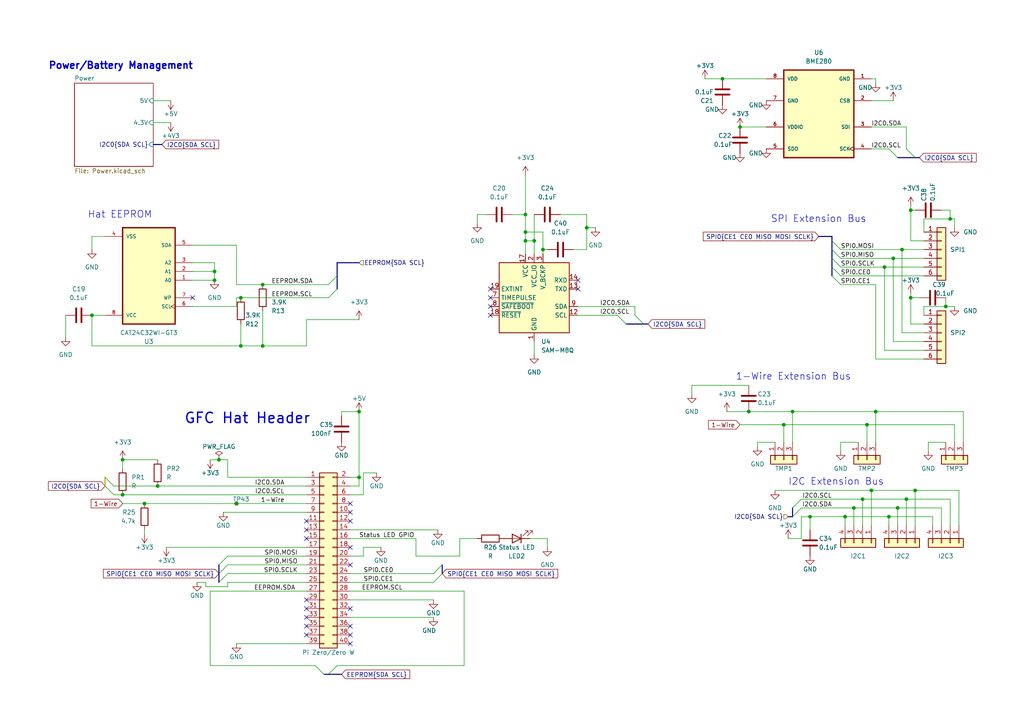
<source format=kicad_sch>
(kicad_sch (version 20211123) (generator eeschema)
  (paper "A4")
  (lib_symbols
    (symbol "BME280:BME280" (pin_names (offset 1.016))
      (property "Reference" "U?" (at 0 17.78 0))
      (property "Value" "BME280" (at 0 15.24 0))
      (symbol "BME280_0_0"
        (rectangle (start -10.16 -12.7) (end 10.16 12.7) (stroke (width 0.4064)) (fill (type background)))
        (pin power_in line (at 15.24 10.16 180) (length 5.08) (name "GND") (number "1"))
        (pin input line (at 15.24 3.81 180) (length 5.08) (name "CSB") (number "2"))
        (pin bidirectional line (at 15.24 -3.81 180) (length 5.08) (name "SDI") (number "3"))
        (pin input clock (at 15.24 -10.16 180) (length 5.08) (name "SCK") (number "4"))
        (pin bidirectional line (at -15.24 -10.16 0) (length 5.08) (name "SDO") (number "5"))
        (pin power_in line (at -15.24 -3.81 0) (length 5.08) (name "VDDIO") (number "6"))
        (pin power_in line (at -15.24 3.81 0) (length 5.08) (name "GND") (number "7"))
        (pin power_in line (at -15.24 10.16 0) (length 5.08) (name "VDD") (number "8"))
      )
    )
    (symbol "Connector:TestPoint_Small" (pin_numbers hide) (pin_names (offset 0.762) hide)
      (property "Reference" "TP" (at 0 3.81 0))
      (property "Value" "TestPoint_Small" (at 0 2.032 0))
      (symbol "TestPoint_Small_0_1"
        (circle (center 0 0) (radius 0.508))
      )
      (symbol "TestPoint_Small_1_1"
        (pin passive line (at 0 0 90) (length 0) (name "1") (number "1"))
      )
    )
    (symbol "Connector_Generic:Conn_01x03" (pin_names (offset 1.016) hide)
      (property "Reference" "J" (at 0 5.08 0))
      (property "Value" "Conn_01x03" (at 0 -5.08 0))
      (symbol "Conn_01x03_1_1"
        (rectangle (start -1.27 -2.413) (end 0 -2.667) (stroke (width 0.1524)))
        (rectangle (start -1.27 0.127) (end 0 -0.127) (stroke (width 0.1524)))
        (rectangle (start -1.27 2.667) (end 0 2.413) (stroke (width 0.1524)))
        (rectangle (start -1.27 3.81) (end 1.27 -3.81) (stroke (width 0.254)) (fill (type background)))
        (pin passive line (at -5.08 2.54 0) (length 3.81) (name "Pin_1") (number "1"))
        (pin passive line (at -5.08 0 0) (length 3.81) (name "Pin_2") (number "2"))
        (pin passive line (at -5.08 -2.54 0) (length 3.81) (name "Pin_3") (number "3"))
      )
    )
    (symbol "Connector_Generic:Conn_01x04" (pin_names (offset 1.016) hide)
      (property "Reference" "J" (at 0 5.08 0))
      (property "Value" "Conn_01x04" (at 0 -7.62 0))
      (symbol "Conn_01x04_1_1"
        (rectangle (start -1.27 -4.953) (end 0 -5.207) (stroke (width 0.1524)))
        (rectangle (start -1.27 -2.413) (end 0 -2.667) (stroke (width 0.1524)))
        (rectangle (start -1.27 0.127) (end 0 -0.127) (stroke (width 0.1524)))
        (rectangle (start -1.27 2.667) (end 0 2.413) (stroke (width 0.1524)))
        (rectangle (start -1.27 3.81) (end 1.27 -6.35) (stroke (width 0.254)) (fill (type background)))
        (pin passive line (at -5.08 2.54 0) (length 3.81) (name "Pin_1") (number "1"))
        (pin passive line (at -5.08 0 0) (length 3.81) (name "Pin_2") (number "2"))
        (pin passive line (at -5.08 -2.54 0) (length 3.81) (name "Pin_3") (number "3"))
        (pin passive line (at -5.08 -5.08 0) (length 3.81) (name "Pin_4") (number "4"))
      )
    )
    (symbol "Connector_Generic:Conn_01x06" (pin_names (offset 1.016) hide)
      (property "Reference" "J" (at 0 7.62 0))
      (property "Value" "Conn_01x06" (at 0 -10.16 0))
      (symbol "Conn_01x06_1_1"
        (rectangle (start -1.27 -7.493) (end 0 -7.747) (stroke (width 0.1524)))
        (rectangle (start -1.27 -4.953) (end 0 -5.207) (stroke (width 0.1524)))
        (rectangle (start -1.27 -2.413) (end 0 -2.667) (stroke (width 0.1524)))
        (rectangle (start -1.27 0.127) (end 0 -0.127) (stroke (width 0.1524)))
        (rectangle (start -1.27 2.667) (end 0 2.413) (stroke (width 0.1524)))
        (rectangle (start -1.27 5.207) (end 0 4.953) (stroke (width 0.1524)))
        (rectangle (start -1.27 6.35) (end 1.27 -8.89) (stroke (width 0.254)) (fill (type background)))
        (pin passive line (at -5.08 5.08 0) (length 3.81) (name "Pin_1") (number "1"))
        (pin passive line (at -5.08 2.54 0) (length 3.81) (name "Pin_2") (number "2"))
        (pin passive line (at -5.08 0 0) (length 3.81) (name "Pin_3") (number "3"))
        (pin passive line (at -5.08 -2.54 0) (length 3.81) (name "Pin_4") (number "4"))
        (pin passive line (at -5.08 -5.08 0) (length 3.81) (name "Pin_5") (number "5"))
        (pin passive line (at -5.08 -7.62 0) (length 3.81) (name "Pin_6") (number "6"))
      )
    )
    (symbol "Connector_Generic:Conn_02x20_Odd_Even" (pin_names (offset 1.016) hide)
      (property "Reference" "J" (at 1.27 25.4 0))
      (property "Value" "Conn_02x20_Odd_Even" (at 1.27 -27.94 0))
      (symbol "Conn_02x20_Odd_Even_1_1"
        (rectangle (start -1.27 -25.273) (end 0 -25.527) (stroke (width 0.1524)))
        (rectangle (start -1.27 -22.733) (end 0 -22.987) (stroke (width 0.1524)))
        (rectangle (start -1.27 -20.193) (end 0 -20.447) (stroke (width 0.1524)))
        (rectangle (start -1.27 -17.653) (end 0 -17.907) (stroke (width 0.1524)))
        (rectangle (start -1.27 -15.113) (end 0 -15.367) (stroke (width 0.1524)))
        (rectangle (start -1.27 -12.573) (end 0 -12.827) (stroke (width 0.1524)))
        (rectangle (start -1.27 -10.033) (end 0 -10.287) (stroke (width 0.1524)))
        (rectangle (start -1.27 -7.493) (end 0 -7.747) (stroke (width 0.1524)))
        (rectangle (start -1.27 -4.953) (end 0 -5.207) (stroke (width 0.1524)))
        (rectangle (start -1.27 -2.413) (end 0 -2.667) (stroke (width 0.1524)))
        (rectangle (start -1.27 0.127) (end 0 -0.127) (stroke (width 0.1524)))
        (rectangle (start -1.27 2.667) (end 0 2.413) (stroke (width 0.1524)))
        (rectangle (start -1.27 5.207) (end 0 4.953) (stroke (width 0.1524)))
        (rectangle (start -1.27 7.747) (end 0 7.493) (stroke (width 0.1524)))
        (rectangle (start -1.27 10.287) (end 0 10.033) (stroke (width 0.1524)))
        (rectangle (start -1.27 12.827) (end 0 12.573) (stroke (width 0.1524)))
        (rectangle (start -1.27 15.367) (end 0 15.113) (stroke (width 0.1524)))
        (rectangle (start -1.27 17.907) (end 0 17.653) (stroke (width 0.1524)))
        (rectangle (start -1.27 20.447) (end 0 20.193) (stroke (width 0.1524)))
        (rectangle (start -1.27 22.987) (end 0 22.733) (stroke (width 0.1524)))
        (rectangle (start -1.27 24.13) (end 3.81 -26.67) (stroke (width 0.254)) (fill (type background)))
        (rectangle (start 3.81 -25.273) (end 2.54 -25.527) (stroke (width 0.1524)))
        (rectangle (start 3.81 -22.733) (end 2.54 -22.987) (stroke (width 0.1524)))
        (rectangle (start 3.81 -20.193) (end 2.54 -20.447) (stroke (width 0.1524)))
        (rectangle (start 3.81 -17.653) (end 2.54 -17.907) (stroke (width 0.1524)))
        (rectangle (start 3.81 -15.113) (end 2.54 -15.367) (stroke (width 0.1524)))
        (rectangle (start 3.81 -12.573) (end 2.54 -12.827) (stroke (width 0.1524)))
        (rectangle (start 3.81 -10.033) (end 2.54 -10.287) (stroke (width 0.1524)))
        (rectangle (start 3.81 -7.493) (end 2.54 -7.747) (stroke (width 0.1524)))
        (rectangle (start 3.81 -4.953) (end 2.54 -5.207) (stroke (width 0.1524)))
        (rectangle (start 3.81 -2.413) (end 2.54 -2.667) (stroke (width 0.1524)))
        (rectangle (start 3.81 0.127) (end 2.54 -0.127) (stroke (width 0.1524)))
        (rectangle (start 3.81 2.667) (end 2.54 2.413) (stroke (width 0.1524)))
        (rectangle (start 3.81 5.207) (end 2.54 4.953) (stroke (width 0.1524)))
        (rectangle (start 3.81 7.747) (end 2.54 7.493) (stroke (width 0.1524)))
        (rectangle (start 3.81 10.287) (end 2.54 10.033) (stroke (width 0.1524)))
        (rectangle (start 3.81 12.827) (end 2.54 12.573) (stroke (width 0.1524)))
        (rectangle (start 3.81 15.367) (end 2.54 15.113) (stroke (width 0.1524)))
        (rectangle (start 3.81 17.907) (end 2.54 17.653) (stroke (width 0.1524)))
        (rectangle (start 3.81 20.447) (end 2.54 20.193) (stroke (width 0.1524)))
        (rectangle (start 3.81 22.987) (end 2.54 22.733) (stroke (width 0.1524)))
        (pin passive line (at -5.08 22.86 0) (length 3.81) (name "Pin_1") (number "1"))
        (pin passive line (at 7.62 12.7 180) (length 3.81) (name "Pin_10") (number "10"))
        (pin passive line (at -5.08 10.16 0) (length 3.81) (name "Pin_11") (number "11"))
        (pin passive line (at 7.62 10.16 180) (length 3.81) (name "Pin_12") (number "12"))
        (pin passive line (at -5.08 7.62 0) (length 3.81) (name "Pin_13") (number "13"))
        (pin passive line (at 7.62 7.62 180) (length 3.81) (name "Pin_14") (number "14"))
        (pin passive line (at -5.08 5.08 0) (length 3.81) (name "Pin_15") (number "15"))
        (pin passive line (at 7.62 5.08 180) (length 3.81) (name "Pin_16") (number "16"))
        (pin passive line (at -5.08 2.54 0) (length 3.81) (name "Pin_17") (number "17"))
        (pin passive line (at 7.62 2.54 180) (length 3.81) (name "Pin_18") (number "18"))
        (pin passive line (at -5.08 0 0) (length 3.81) (name "Pin_19") (number "19"))
        (pin passive line (at 7.62 22.86 180) (length 3.81) (name "Pin_2") (number "2"))
        (pin passive line (at 7.62 0 180) (length 3.81) (name "Pin_20") (number "20"))
        (pin passive line (at -5.08 -2.54 0) (length 3.81) (name "Pin_21") (number "21"))
        (pin passive line (at 7.62 -2.54 180) (length 3.81) (name "Pin_22") (number "22"))
        (pin passive line (at -5.08 -5.08 0) (length 3.81) (name "Pin_23") (number "23"))
        (pin passive line (at 7.62 -5.08 180) (length 3.81) (name "Pin_24") (number "24"))
        (pin passive line (at -5.08 -7.62 0) (length 3.81) (name "Pin_25") (number "25"))
        (pin passive line (at 7.62 -7.62 180) (length 3.81) (name "Pin_26") (number "26"))
        (pin passive line (at -5.08 -10.16 0) (length 3.81) (name "Pin_27") (number "27"))
        (pin passive line (at 7.62 -10.16 180) (length 3.81) (name "Pin_28") (number "28"))
        (pin passive line (at -5.08 -12.7 0) (length 3.81) (name "Pin_29") (number "29"))
        (pin passive line (at -5.08 20.32 0) (length 3.81) (name "Pin_3") (number "3"))
        (pin passive line (at 7.62 -12.7 180) (length 3.81) (name "Pin_30") (number "30"))
        (pin passive line (at -5.08 -15.24 0) (length 3.81) (name "Pin_31") (number "31"))
        (pin passive line (at 7.62 -15.24 180) (length 3.81) (name "Pin_32") (number "32"))
        (pin passive line (at -5.08 -17.78 0) (length 3.81) (name "Pin_33") (number "33"))
        (pin passive line (at 7.62 -17.78 180) (length 3.81) (name "Pin_34") (number "34"))
        (pin passive line (at -5.08 -20.32 0) (length 3.81) (name "Pin_35") (number "35"))
        (pin passive line (at 7.62 -20.32 180) (length 3.81) (name "Pin_36") (number "36"))
        (pin passive line (at -5.08 -22.86 0) (length 3.81) (name "Pin_37") (number "37"))
        (pin passive line (at 7.62 -22.86 180) (length 3.81) (name "Pin_38") (number "38"))
        (pin passive line (at -5.08 -25.4 0) (length 3.81) (name "Pin_39") (number "39"))
        (pin passive line (at 7.62 20.32 180) (length 3.81) (name "Pin_4") (number "4"))
        (pin passive line (at 7.62 -25.4 180) (length 3.81) (name "Pin_40") (number "40"))
        (pin passive line (at -5.08 17.78 0) (length 3.81) (name "Pin_5") (number "5"))
        (pin passive line (at 7.62 17.78 180) (length 3.81) (name "Pin_6") (number "6"))
        (pin passive line (at -5.08 15.24 0) (length 3.81) (name "Pin_7") (number "7"))
        (pin passive line (at 7.62 15.24 180) (length 3.81) (name "Pin_8") (number "8"))
        (pin passive line (at -5.08 12.7 0) (length 3.81) (name "Pin_9") (number "9"))
      )
    )
    (symbol "Device:C" (pin_numbers hide) (pin_names (offset 0.254))
      (property "Reference" "C" (at 0.635 2.54 0))
      (property "Value" "C" (at 0.635 -2.54 0))
      (symbol "C_0_1"
        (polyline (pts (xy -2.032 -0.762) (xy 2.032 -0.762)) (stroke (width 0.508)))
        (polyline (pts (xy -2.032 0.762) (xy 2.032 0.762)) (stroke (width 0.508)))
      )
      (symbol "C_1_1"
        (pin passive line (at 0 3.81 270) (length 2.794) (name "~") (number "1"))
        (pin passive line (at 0 -3.81 90) (length 2.794) (name "~") (number "2"))
      )
    )
    (symbol "Device:LED" (pin_numbers hide) (pin_names (offset 1.016) hide)
      (property "Reference" "D" (at 0 2.54 0))
      (property "Value" "LED" (at 0 -2.54 0))
      (symbol "LED_0_1"
        (polyline (pts (xy -1.27 -1.27) (xy -1.27 1.27)) (stroke (width 0.254)))
        (polyline (pts (xy -1.27 0) (xy 1.27 0)))
        (polyline (pts (xy 1.27 -1.27) (xy 1.27 1.27) (xy -1.27 0) (xy 1.27 -1.27)) (stroke (width 0.254)))
        (polyline (pts (xy -3.048 -0.762) (xy -4.572 -2.286) (xy -3.81 -2.286) (xy -4.572 -2.286) (xy -4.572 -1.524)))
        (polyline (pts (xy -1.778 -0.762) (xy -3.302 -2.286) (xy -2.54 -2.286) (xy -3.302 -2.286) (xy -3.302 -1.524)))
      )
      (symbol "LED_1_1"
        (pin passive line (at -3.81 0 0) (length 2.54) (name "K") (number "1"))
        (pin passive line (at 3.81 0 180) (length 2.54) (name "A") (number "2"))
      )
    )
    (symbol "Device:R" (pin_numbers hide) (pin_names (offset 0))
      (property "Reference" "R" (at 2.032 0 90))
      (property "Value" "R" (at 0 0 90))
      (symbol "R_0_1"
        (rectangle (start -1.016 -2.54) (end 1.016 2.54) (stroke (width 0.254)))
      )
      (symbol "R_1_1"
        (pin passive line (at 0 3.81 270) (length 1.27) (name "~") (number "1"))
        (pin passive line (at 0 -3.81 90) (length 1.27) (name "~") (number "2"))
      )
    )
    (symbol "EEPROM:CAT24C32WI-GT3" (pin_names (offset 1.016))
      (property "Reference" "U" (at -7.6205 12.7008 0))
      (property "Value" "CAT24C32WI-GT3" (at -7.5948 -17.755 0))
      (symbol "CAT24C32WI-GT3_0_0"
        (rectangle (start -7.62 -15.24) (end 7.62 12.7) (stroke (width 0.4064)) (fill (type background)))
        (pin input line (at -12.7 0 0) (length 5.08) (name "A0") (number "1"))
        (pin input line (at -12.7 -2.54 0) (length 5.08) (name "A1") (number "2"))
        (pin input line (at -12.7 -5.08 0) (length 5.08) (name "A2") (number "3"))
        (pin passive line (at 12.7 -12.7 180) (length 5.08) (name "VSS") (number "4"))
        (pin bidirectional line (at -12.7 -10.16 0) (length 5.08) (name "SDA") (number "5"))
        (pin input clock (at -12.7 7.62 0) (length 5.08) (name "SCL") (number "6"))
        (pin input line (at -12.7 5.08 0) (length 5.08) (name "WP") (number "7"))
        (pin power_in line (at 12.7 10.16 180) (length 5.08) (name "VCC") (number "8"))
      )
    )
    (symbol "MyParts:+4V3" (power) (pin_names (offset 0))
      (property "Value" "+4V3" (at 0 3.556 0))
      (symbol "+4V3_0_1"
        (polyline (pts (xy -0.762 1.27) (xy 0 2.54)))
        (polyline (pts (xy 0 0) (xy 0 2.54)))
        (polyline (pts (xy 0 2.54) (xy 0.762 1.27)))
      )
      (symbol "+4V3_1_1"
        (pin power_in line (at 0 0 90) (length 0) hide (name "+4V3") (number "1"))
      )
    )
    (symbol "RF_GPS:SAM-M8Q"
      (property "Reference" "U" (at -8.89 11.43 0))
      (property "Value" "SAM-M8Q" (at 8.89 11.43 0))
      (symbol "SAM-M8Q_0_1"
        (rectangle (start -10.16 10.16) (end 10.16 -10.16) (stroke (width 0.254)) (fill (type background)))
      )
      (symbol "SAM-M8Q_1_1"
        (pin power_in line (at 0 -12.7 90) (length 2.54) (name "GND") (number "1"))
        (pin passive line (at 0 -12.7 90) (length 2.54) hide (name "GND") (number "10"))
        (pin passive line (at 0 -12.7 90) (length 2.54) hide (name "GND") (number "11"))
        (pin input line (at 12.7 -5.08 180) (length 2.54) (name "SCL") (number "12"))
        (pin output line (at 12.7 2.54 180) (length 2.54) (name "TXD") (number "13"))
        (pin input line (at 12.7 5.08 180) (length 2.54) (name "RXD") (number "14"))
        (pin passive line (at 0 -12.7 90) (length 2.54) hide (name "GND") (number "15"))
        (pin passive line (at 0 -12.7 90) (length 2.54) hide (name "GND") (number "16"))
        (pin power_in line (at -2.54 12.7 270) (length 2.54) (name "VCC") (number "17"))
        (pin input line (at -12.7 -5.08 0) (length 2.54) (name "~{RESET}") (number "18"))
        (pin input line (at -12.7 2.54 0) (length 2.54) (name "EXTINT") (number "19"))
        (pin power_in line (at 0 12.7 270) (length 2.54) (name "VCC_IO") (number "2"))
        (pin passive line (at 0 -12.7 90) (length 2.54) hide (name "GND") (number "20"))
        (pin power_in line (at 2.54 12.7 270) (length 2.54) (name "V_BCKP") (number "3"))
        (pin passive line (at 0 -12.7 90) (length 2.54) hide (name "GND") (number "4"))
        (pin passive line (at 0 -12.7 90) (length 2.54) hide (name "GND") (number "5"))
        (pin passive line (at 0 -12.7 90) (length 2.54) hide (name "GND") (number "6"))
        (pin output line (at -12.7 0 0) (length 2.54) (name "TIMEPULSE") (number "7"))
        (pin input line (at -12.7 -2.54 0) (length 2.54) (name "~{SAFEBOOT}") (number "8"))
        (pin bidirectional line (at 12.7 -2.54 180) (length 2.54) (name "SDA") (number "9"))
      )
    )
    (symbol "power:+3V3" (power) (pin_names (offset 0))
      (property "Value" "+3V3" (at 0 3.556 0))
      (symbol "+3V3_0_1"
        (polyline (pts (xy -0.762 1.27) (xy 0 2.54)))
        (polyline (pts (xy 0 0) (xy 0 2.54)))
        (polyline (pts (xy 0 2.54) (xy 0.762 1.27)))
      )
      (symbol "+3V3_1_1"
        (pin power_in line (at 0 0 90) (length 0) hide (name "+3V3") (number "1"))
      )
    )
    (symbol "power:+5V" (power) (pin_names (offset 0))
      (property "Value" "+5V" (at 0 3.556 0))
      (symbol "+5V_0_1"
        (polyline (pts (xy -0.762 1.27) (xy 0 2.54)))
        (polyline (pts (xy 0 0) (xy 0 2.54)))
        (polyline (pts (xy 0 2.54) (xy 0.762 1.27)))
      )
      (symbol "+5V_1_1"
        (pin power_in line (at 0 0 90) (length 0) hide (name "+5V") (number "1"))
      )
    )
    (symbol "power:GND" (power) (pin_names (offset 0))
      (property "Value" "GND" (at 0 -3.81 0))
      (symbol "GND_0_1"
        (polyline (pts (xy 0 0) (xy 0 -1.27) (xy 1.27 -1.27) (xy 0 -2.54) (xy -1.27 -1.27) (xy 0 -1.27)))
      )
      (symbol "GND_1_1"
        (pin power_in line (at 0 0 270) (length 0) hide (name "GND") (number "1"))
      )
    )
    (symbol "power:PWR_FLAG" (power) (pin_numbers hide) (pin_names (offset 0) hide)
      (property "Value" "PWR_FLAG" (at 0 3.81 0))
      (symbol "PWR_FLAG_0_0"
        (pin power_out line (at 0 0 90) (length 0) (name "pwr") (number "1"))
      )
      (symbol "PWR_FLAG_0_1"
        (polyline (pts (xy 0 0) (xy 0 1.27) (xy -1.016 1.905) (xy 0 2.54) (xy 1.016 1.905) (xy 0 1.27)))
      )
    )
  )
  (junction (at 256.54 77.47))
  (junction (at 157.48 72.39))
  (junction (at 257.81 149.86))
  (junction (at 275.59 63.5))
  (junction (at 254 119.38))
  (junction (at 62.23 81.28))
  (junction (at 76.2 100.33))
  (junction (at 76.2 82.55))
  (junction (at 229.87 119.38))
  (junction (at 264.16 86.36))
  (junction (at 69.85 86.36))
  (junction (at 26.67 91.44))
  (junction (at 260.35 147.32))
  (junction (at 62.23 78.74))
  (junction (at 265.43 142.24))
  (junction (at 41.91 146.05))
  (junction (at 104.14 138.43))
  (junction (at 262.89 144.78))
  (junction (at 247.65 147.32))
  (junction (at 63.5 133.35))
  (junction (at 264.16 60.96))
  (junction (at 261.62 72.39))
  (junction (at 152.4 67.31))
  (junction (at 154.94 69.85))
  (junction (at 209.55 22.86))
  (junction (at 251.46 123.19))
  (junction (at 35.56 143.51))
  (junction (at 214.63 36.83))
  (junction (at 227.33 123.19))
  (junction (at 152.4 69.85))
  (junction (at 274.32 88.9))
  (junction (at 245.11 149.86))
  (junction (at 69.85 100.33))
  (junction (at 152.4 62.23))
  (junction (at 35.56 133.35))
  (junction (at 259.08 74.93))
  (junction (at 234.95 149.86))
  (junction (at 250.19 144.78))
  (junction (at 217.17 119.38))
  (junction (at 45.72 140.97))
  (junction (at 68.58 146.05))
  (junction (at 170.18 66.04))
  (junction (at 104.14 119.38))
  (junction (at 252.73 142.24))
  (no_connect (at 167.64 81.28))
  (no_connect (at 88.9 179.07))
  (no_connect (at 142.24 88.9))
  (no_connect (at 88.9 184.15))
  (no_connect (at 88.9 173.99))
  (no_connect (at 101.6 176.53))
  (no_connect (at 88.9 181.61))
  (no_connect (at 101.6 146.05))
  (no_connect (at 88.9 156.21))
  (no_connect (at 88.9 153.67))
  (no_connect (at 142.24 86.36))
  (no_connect (at 101.6 158.75))
  (no_connect (at 142.24 83.82))
  (no_connect (at 101.6 148.59))
  (no_connect (at 142.24 91.44))
  (no_connect (at 101.6 151.13))
  (no_connect (at 55.88 86.36))
  (no_connect (at 101.6 184.15))
  (no_connect (at 88.9 176.53))
  (no_connect (at 167.64 83.82))
  (no_connect (at 101.6 181.61))
  (no_connect (at 88.9 151.13))
  (no_connect (at 101.6 163.83))
  (no_connect (at 101.6 186.69))
  (bus_entry (at 229.87 147.32) (size 2.54 -2.54))
  (bus_entry (at 241.3 69.85) (size 2.54 2.54))
  (bus_entry (at 181.61 93.98) (size -2.54 -2.54))
  (bus_entry (at 125.73 168.91) (size 2.54 -2.54))
  (bus_entry (at 241.3 77.47) (size 2.54 2.54))
  (bus_entry (at 97.79 83.82) (size -2.54 2.54))
  (bus_entry (at 30.48 138.43) (size 2.54 2.54))
  (bus_entry (at 66.04 163.83) (size -2.54 2.54))
  (bus_entry (at 95.25 195.58) (size 2.54 -2.54))
  (bus_entry (at 66.04 161.29) (size -2.54 2.54))
  (bus_entry (at 125.73 166.37) (size 2.54 -2.54))
  (bus_entry (at 97.79 80.01) (size -2.54 2.54))
  (bus_entry (at 265.43 45.72) (size -2.54 -2.54))
  (bus_entry (at 260.35 45.72) (size -2.54 -2.54))
  (bus_entry (at 241.3 72.39) (size 2.54 2.54))
  (bus_entry (at 186.69 93.98) (size -2.54 -2.54))
  (bus_entry (at 66.04 166.37) (size -2.54 2.54))
  (bus_entry (at 229.87 149.86) (size 2.54 -2.54))
  (bus_entry (at 30.48 140.97) (size 2.54 2.54))
  (bus_entry (at 241.3 74.93) (size 2.54 2.54))
  (bus_entry (at 93.98 195.58) (size -2.54 -2.54))
  (bus_entry (at 241.3 80.01) (size 2.54 2.54))
  (wire (pts (xy 264.16 93.98) (xy 267.97 93.98)))
  (wire (pts (xy 76.2 100.33) (xy 69.85 100.33)))
  (wire (pts (xy 158.75 156.21) (xy 158.75 158.75)))
  (wire (pts (xy 101.6 166.37) (xy 125.73 166.37)))
  (bus (pts (xy 187.96 93.98) (xy 186.69 93.98)))
  (wire (pts (xy 88.9 168.91) (xy 66.04 168.91)))
  (wire (pts (xy 214.63 36.83) (xy 222.25 36.83)))
  (wire (pts (xy 157.48 72.39) (xy 157.48 67.31)))
  (wire (pts (xy 154.94 73.66) (xy 154.94 69.85)))
  (wire (pts (xy 214.63 123.19) (xy 227.33 123.19)))
  (wire (pts (xy 170.18 72.39) (xy 166.37 72.39)))
  (wire (pts (xy 250.19 144.78) (xy 232.41 144.78)))
  (wire (pts (xy 69.85 93.98) (xy 69.85 100.33)))
  (wire (pts (xy 262.89 144.78) (xy 275.59 144.78)))
  (wire (pts (xy 88.9 92.71) (xy 88.9 100.33)))
  (wire (pts (xy 66.04 161.29) (xy 88.9 161.29)))
  (wire (pts (xy 63.5 133.35) (xy 66.04 133.35)))
  (wire (pts (xy 105.41 158.75) (xy 105.41 161.29)))
  (wire (pts (xy 245.11 152.4) (xy 245.11 149.86)))
  (wire (pts (xy 66.04 138.43) (xy 88.9 138.43)))
  (bus (pts (xy 63.5 163.83) (xy 63.5 166.37)))
  (wire (pts (xy 101.6 179.07) (xy 125.73 179.07)))
  (wire (pts (xy 133.35 156.21) (xy 138.43 156.21)))
  (wire (pts (xy 153.67 156.21) (xy 158.75 156.21)))
  (wire (pts (xy 247.65 147.32) (xy 232.41 147.32)))
  (wire (pts (xy 269.24 128.27) (xy 269.24 130.81)))
  (wire (pts (xy 261.62 96.52) (xy 267.97 96.52)))
  (wire (pts (xy 152.4 67.31) (xy 152.4 69.85)))
  (bus (pts (xy 97.79 80.01) (xy 97.79 83.82)))
  (wire (pts (xy 88.9 100.33) (xy 76.2 100.33)))
  (wire (pts (xy 152.4 50.8) (xy 152.4 62.23)))
  (wire (pts (xy 184.15 88.9) (xy 184.15 91.44)))
  (wire (pts (xy 66.04 138.43) (xy 66.04 133.35)))
  (wire (pts (xy 274.32 88.9) (xy 276.86 88.9)))
  (wire (pts (xy 68.58 82.55) (xy 76.2 82.55)))
  (wire (pts (xy 157.48 72.39) (xy 158.75 72.39)))
  (wire (pts (xy 243.84 128.27) (xy 248.92 128.27)))
  (wire (pts (xy 270.51 149.86) (xy 257.81 149.86)))
  (bus (pts (xy 228.6 149.86) (xy 229.87 149.86)))
  (wire (pts (xy 260.35 147.32) (xy 273.05 147.32)))
  (wire (pts (xy 252.73 22.86) (xy 254 22.86)))
  (wire (pts (xy 200.66 111.76) (xy 200.66 114.3)))
  (wire (pts (xy 41.91 146.05) (xy 68.58 146.05)))
  (wire (pts (xy 254 82.55) (xy 254 104.14)))
  (wire (pts (xy 138.43 62.23) (xy 138.43 64.77)))
  (wire (pts (xy 170.18 62.23) (xy 170.18 66.04)))
  (bus (pts (xy 30.48 138.43) (xy 30.48 140.97)) (stroke (width 0) (color 204 153 0 1)))
  (wire (pts (xy 120.65 156.21) (xy 120.65 161.29)))
  (wire (pts (xy 252.73 29.21) (xy 259.08 29.21)))
  (wire (pts (xy 170.18 66.04) (xy 170.18 72.39)))
  (wire (pts (xy 45.72 140.97) (xy 88.9 140.97)))
  (wire (pts (xy 140.97 62.23) (xy 138.43 62.23)))
  (wire (pts (xy 59.69 170.18) (xy 59.69 168.91)))
  (wire (pts (xy 105.41 137.16) (xy 109.22 137.16)))
  (wire (pts (xy 105.41 143.51) (xy 105.41 137.16)))
  (wire (pts (xy 254 22.86) (xy 254 24.13)))
  (wire (pts (xy 267.97 63.5) (xy 267.97 67.31)))
  (wire (pts (xy 167.64 88.9) (xy 184.15 88.9)))
  (wire (pts (xy 257.81 152.4) (xy 257.81 149.86)))
  (wire (pts (xy 243.84 77.47) (xy 256.54 77.47)))
  (wire (pts (xy 35.56 143.51) (xy 88.9 143.51)))
  (bus (pts (xy 229.87 149.86) (xy 229.87 147.32)))
  (wire (pts (xy 219.71 128.27) (xy 224.79 128.27)))
  (wire (pts (xy 254 104.14) (xy 267.97 104.14)))
  (bus (pts (xy 241.3 77.47) (xy 241.3 80.01)))
  (wire (pts (xy 229.87 119.38) (xy 229.87 128.27)))
  (wire (pts (xy 224.79 142.24) (xy 252.73 142.24)))
  (wire (pts (xy 250.19 144.78) (xy 262.89 144.78)))
  (wire (pts (xy 273.05 147.32) (xy 273.05 152.4)))
  (wire (pts (xy 101.6 156.21) (xy 120.65 156.21)))
  (wire (pts (xy 154.94 69.85) (xy 152.4 69.85)))
  (wire (pts (xy 275.59 60.96) (xy 275.59 63.5)))
  (wire (pts (xy 260.35 152.4) (xy 260.35 147.32)))
  (bus (pts (xy 63.5 166.37) (xy 63.5 168.91)))
  (wire (pts (xy 157.48 73.66) (xy 157.48 72.39)))
  (wire (pts (xy 278.13 142.24) (xy 265.43 142.24)))
  (wire (pts (xy 26.67 68.58) (xy 30.48 68.58)))
  (wire (pts (xy 26.67 68.58) (xy 26.67 72.39)))
  (wire (pts (xy 275.59 144.78) (xy 275.59 152.4)))
  (wire (pts (xy 41.91 154.94) (xy 41.91 153.67)))
  (wire (pts (xy 66.04 168.91) (xy 66.04 170.18)))
  (wire (pts (xy 76.2 90.17) (xy 76.2 100.33)))
  (wire (pts (xy 60.96 133.35) (xy 63.5 133.35)))
  (wire (pts (xy 228.6 156.21) (xy 232.41 156.21)))
  (wire (pts (xy 66.04 166.37) (xy 88.9 166.37)))
  (wire (pts (xy 60.96 171.45) (xy 60.96 193.04)))
  (wire (pts (xy 267.97 63.5) (xy 275.59 63.5)))
  (wire (pts (xy 66.04 163.83) (xy 88.9 163.83)))
  (wire (pts (xy 105.41 161.29) (xy 101.6 161.29)))
  (wire (pts (xy 265.43 152.4) (xy 265.43 142.24)))
  (wire (pts (xy 265.43 142.24) (xy 252.73 142.24)))
  (wire (pts (xy 26.67 91.44) (xy 30.48 91.44)))
  (wire (pts (xy 101.6 143.51) (xy 105.41 143.51)))
  (wire (pts (xy 104.14 140.97) (xy 104.14 138.43)))
  (bus (pts (xy 128.27 166.37) (xy 128.27 163.83)))
  (wire (pts (xy 68.58 186.69) (xy 88.9 186.69)))
  (bus (pts (xy 265.43 45.72) (xy 260.35 45.72)))
  (wire (pts (xy 278.13 152.4) (xy 278.13 142.24)))
  (wire (pts (xy 66.04 170.18) (xy 59.69 170.18)))
  (wire (pts (xy 88.9 146.05) (xy 68.58 146.05)))
  (wire (pts (xy 152.4 69.85) (xy 152.4 73.66)))
  (wire (pts (xy 269.24 128.27) (xy 274.32 128.27)))
  (wire (pts (xy 264.16 85.09) (xy 264.16 86.36)))
  (wire (pts (xy 55.88 88.9) (xy 68.58 88.9)))
  (wire (pts (xy 270.51 152.4) (xy 270.51 149.86)))
  (wire (pts (xy 267.97 91.44) (xy 267.97 88.9)))
  (wire (pts (xy 243.84 72.39) (xy 261.62 72.39)))
  (wire (pts (xy 254 119.38) (xy 254 128.27)))
  (wire (pts (xy 259.08 74.93) (xy 259.08 99.06)))
  (wire (pts (xy 256.54 77.47) (xy 267.97 77.47)))
  (wire (pts (xy 110.49 158.75) (xy 105.41 158.75)))
  (wire (pts (xy 243.84 82.55) (xy 254 82.55)))
  (bus (pts (xy 104.14 76.2) (xy 97.79 76.2)))
  (wire (pts (xy 247.65 147.32) (xy 247.65 152.4)))
  (wire (pts (xy 162.56 62.23) (xy 170.18 62.23)))
  (wire (pts (xy 68.58 88.9) (xy 68.58 86.36)))
  (wire (pts (xy 69.85 86.36) (xy 95.25 86.36)))
  (wire (pts (xy 276.86 128.27) (xy 276.86 123.19)))
  (wire (pts (xy 267.97 88.9) (xy 274.32 88.9)))
  (wire (pts (xy 219.71 128.27) (xy 219.71 129.54)))
  (wire (pts (xy 101.6 153.67) (xy 127 153.67)))
  (wire (pts (xy 264.16 69.85) (xy 267.97 69.85)))
  (wire (pts (xy 256.54 101.6) (xy 267.97 101.6)))
  (wire (pts (xy 157.48 67.31) (xy 152.4 67.31)))
  (wire (pts (xy 273.05 60.96) (xy 275.59 60.96)))
  (bus (pts (xy 241.3 72.39) (xy 241.3 74.93)))
  (wire (pts (xy 234.95 149.86) (xy 234.95 153.67)))
  (wire (pts (xy 234.95 149.86) (xy 232.41 149.86)))
  (wire (pts (xy 257.81 149.86) (xy 245.11 149.86)))
  (bus (pts (xy 95.25 195.58) (xy 99.06 195.58)))
  (wire (pts (xy 68.58 71.12) (xy 55.88 71.12)))
  (wire (pts (xy 259.08 99.06) (xy 267.97 99.06)))
  (wire (pts (xy 104.14 138.43) (xy 101.6 138.43)))
  (wire (pts (xy 262.89 144.78) (xy 262.89 152.4)))
  (wire (pts (xy 252.73 36.83) (xy 262.89 36.83)))
  (wire (pts (xy 26.67 100.33) (xy 26.67 91.44)))
  (wire (pts (xy 251.46 128.27) (xy 251.46 123.19)))
  (wire (pts (xy 209.55 22.86) (xy 222.25 22.86)))
  (wire (pts (xy 62.23 78.74) (xy 62.23 81.28)))
  (wire (pts (xy 62.23 76.2) (xy 62.23 78.74)))
  (wire (pts (xy 276.86 63.5) (xy 276.86 66.04)))
  (wire (pts (xy 261.62 72.39) (xy 261.62 96.52)))
  (wire (pts (xy 101.6 140.97) (xy 104.14 140.97)))
  (wire (pts (xy 247.65 147.32) (xy 260.35 147.32)))
  (wire (pts (xy 227.33 128.27) (xy 227.33 123.19)))
  (wire (pts (xy 60.96 171.45) (xy 88.9 171.45)))
  (wire (pts (xy 264.16 86.36) (xy 266.7 86.36)))
  (wire (pts (xy 229.87 119.38) (xy 254 119.38)))
  (wire (pts (xy 59.69 168.91) (xy 57.15 168.91)))
  (wire (pts (xy 262.89 36.83) (xy 262.89 43.18)))
  (wire (pts (xy 243.84 128.27) (xy 243.84 130.81)))
  (wire (pts (xy 19.05 91.44) (xy 19.05 97.79)))
  (wire (pts (xy 167.64 91.44) (xy 179.07 91.44)))
  (wire (pts (xy 152.4 62.23) (xy 152.4 67.31)))
  (wire (pts (xy 261.62 72.39) (xy 267.97 72.39)))
  (wire (pts (xy 69.85 100.33) (xy 26.67 100.33)))
  (wire (pts (xy 55.88 76.2) (xy 62.23 76.2)))
  (wire (pts (xy 259.08 74.93) (xy 267.97 74.93)))
  (bus (pts (xy 97.79 76.2) (xy 97.79 80.01)))
  (bus (pts (xy 241.3 68.58) (xy 237.49 68.58)))
  (wire (pts (xy 64.77 148.59) (xy 88.9 148.59)))
  (wire (pts (xy 170.18 66.04) (xy 172.72 66.04)))
  (wire (pts (xy 279.4 119.38) (xy 279.4 128.27)))
  (wire (pts (xy 35.56 143.51) (xy 33.02 143.51)))
  (wire (pts (xy 252.73 152.4) (xy 252.73 142.24)))
  (wire (pts (xy 101.6 171.45) (xy 134.62 171.45)))
  (wire (pts (xy 120.65 161.29) (xy 133.35 161.29)))
  (wire (pts (xy 250.19 144.78) (xy 250.19 152.4)))
  (wire (pts (xy 35.56 146.05) (xy 41.91 146.05)))
  (wire (pts (xy 204.47 22.86) (xy 209.55 22.86)))
  (wire (pts (xy 45.72 133.35) (xy 35.56 133.35)))
  (wire (pts (xy 154.94 62.23) (xy 154.94 69.85)))
  (wire (pts (xy 76.2 82.55) (xy 95.25 82.55)))
  (bus (pts (xy 241.3 69.85) (xy 241.3 72.39)))
  (wire (pts (xy 252.73 43.18) (xy 257.81 43.18)))
  (wire (pts (xy 264.16 60.96) (xy 264.16 69.85)))
  (wire (pts (xy 99.06 120.65) (xy 99.06 119.38)))
  (wire (pts (xy 133.35 161.29) (xy 133.35 156.21)))
  (wire (pts (xy 251.46 123.19) (xy 276.86 123.19)))
  (wire (pts (xy 264.16 60.96) (xy 265.43 60.96)))
  (bus (pts (xy 266.7 45.72) (xy 265.43 45.72)))
  (wire (pts (xy 44.45 35.56) (xy 49.53 35.56)))
  (wire (pts (xy 104.14 119.38) (xy 104.14 138.43)))
  (wire (pts (xy 99.06 119.38) (xy 104.14 119.38)))
  (bus (pts (xy 241.3 74.93) (xy 241.3 77.47)))
  (wire (pts (xy 101.6 168.91) (xy 125.73 168.91)))
  (wire (pts (xy 55.88 81.28) (xy 62.23 81.28)))
  (wire (pts (xy 217.17 119.38) (xy 229.87 119.38)))
  (wire (pts (xy 264.16 59.69) (xy 264.16 60.96)))
  (bus (pts (xy 44.45 41.91) (xy 46.99 41.91)))
  (wire (pts (xy 148.59 62.23) (xy 152.4 62.23)))
  (wire (pts (xy 245.11 149.86) (xy 234.95 149.86)))
  (wire (pts (xy 275.59 63.5) (xy 276.86 63.5)))
  (wire (pts (xy 55.88 78.74) (xy 62.23 78.74)))
  (bus (pts (xy 241.3 69.85) (xy 241.3 68.58)))
  (wire (pts (xy 154.94 99.06) (xy 154.94 102.87)))
  (wire (pts (xy 68.58 86.36) (xy 69.85 86.36)))
  (wire (pts (xy 44.45 29.21) (xy 49.53 29.21)))
  (wire (pts (xy 101.6 173.99) (xy 125.73 173.99)))
  (wire (pts (xy 210.82 119.38) (xy 217.17 119.38)))
  (wire (pts (xy 243.84 74.93) (xy 259.08 74.93)))
  (wire (pts (xy 97.79 193.04) (xy 134.62 193.04)))
  (wire (pts (xy 68.58 82.55) (xy 68.58 71.12)))
  (wire (pts (xy 217.17 111.76) (xy 200.66 111.76)))
  (wire (pts (xy 33.02 140.97) (xy 45.72 140.97)))
  (wire (pts (xy 274.32 86.36) (xy 274.32 88.9)))
  (wire (pts (xy 35.56 133.35) (xy 35.56 135.89)))
  (bus (pts (xy 93.98 195.58) (xy 95.25 195.58)))
  (wire (pts (xy 264.16 86.36) (xy 264.16 93.98)))
  (wire (pts (xy 232.41 149.86) (xy 232.41 156.21)))
  (wire (pts (xy 60.96 193.04) (xy 91.44 193.04)))
  (wire (pts (xy 254 119.38) (xy 279.4 119.38)))
  (wire (pts (xy 104.14 92.71) (xy 88.9 92.71)))
  (wire (pts (xy 134.62 171.45) (xy 134.62 193.04)))
  (wire (pts (xy 256.54 77.47) (xy 256.54 101.6)))
  (wire (pts (xy 227.33 123.19) (xy 251.46 123.19)))
  (wire (pts (xy 48.26 158.75) (xy 88.9 158.75)))
  (wire (pts (xy 243.84 80.01) (xy 267.97 80.01)))
  (bus (pts (xy 186.69 93.98) (xy 181.61 93.98)))
  (text "1-Wire Extension Bus" (at 213.36 110.49 0) (effects (font (size 2 2)) (justify left bottom)))
  (text "SPI Extension Bus" (at 223.52 64.77 0) (effects (font (size 2 2)) (justify left bottom)))
  (text "Hat EEPROM\n" (at 25.4 63.5 0) (effects (font (size 2 2)) (justify left bottom)))
  (text "Power/Battery Management\n" (at 13.97 20.32 0) (effects (font (size 2 2) (thickness 0.4) bold) (justify left bottom)))
  (text "I2C Extension Bus" (at 228.6 140.97 0) (effects (font (size 2 2)) (justify left bottom)))
  (text "GFC Hat Header" (at 53.34 123.19 0) (effects (font (size 3 3) (thickness 0.4) bold) (justify left bottom)))
  (label "I2C0.SCL" (at 82.55 143.51 180))
  (label "SPI0.MOSI" (at 86.36 161.29 180))
  (label "I2C0.SDA" (at 82.55 140.97 180))
  (label "SPI0.CE1" (at 105.41 168.91 0))
  (label "I2C0.SDA" (at 173.99 88.9 0))
  (label "SPI0.SCLK" (at 86.36 166.37 180))
  (label "EEPROM.SCL" (at 116.84 171.45 180))
  (label "I2C0.SCL" (at 241.3 144.78 180))
  (label "SPI0.CE1" (at 243.84 82.55 0))
  (label "I2C0.SDA" (at 241.3 147.32 180))
  (label "SPI0.CE0" (at 105.41 166.37 0))
  (label "SPI0.MISO" (at 86.36 163.83 180))
  (label "EEPROM.SDA" (at 78.74 82.55 0))
  (label "SPI0.SCLK" (at 243.84 77.47 0))
  (label "I2C0.SDA" (at 252.73 36.83 0))
  (label "EEPROM.SDA" (at 73.66 171.45 0))
  (label "1-Wire" (at 82.55 146.05 180))
  (label "Status LED GPIO" (at 104.14 156.21 0))
  (label "I2C0.SCL" (at 252.73 43.18 0))
  (label "SPI0.CE0" (at 243.84 80.01 0))
  (label "I2C0.SCL" (at 173.99 91.44 0))
  (label "EEPROM.SCL" (at 78.74 86.36 0))
  (label "SPI0.MISO" (at 243.84 74.93 0))
  (label "SPI0.MOSI" (at 243.84 72.39 0))
  (global_label "EEPROM{SDA SCL}" (shape input) (at 99.06 195.58 0) (property "Intersheet References" "${INTERSHEET_REFS}" (effects hide)))
  (global_label "I2C0{SDA SCL}" (shape input) (at 46.99 41.91 0) (property "Intersheet References" "${INTERSHEET_REFS}" (effects hide)))
  (global_label "SPI0{CE1 CE0 MISO MOSI SCLK}" (shape input) (at 63.5 166.37 180) (property "Intersheet References" "${INTERSHEET_REFS}" (effects hide)))
  (global_label "1-Wire" (shape input) (at 35.56 146.05 180) (property "Intersheet References" "${INTERSHEET_REFS}" (effects hide)))
  (global_label "I2C0{SDA SCL}" (shape input) (at 30.48 140.97 180) (property "Intersheet References" "${INTERSHEET_REFS}" (effects hide)))
  (global_label "I2C0{SDA SCL}" (shape input) (at 187.96 93.98 0) (property "Intersheet References" "${INTERSHEET_REFS}" (effects hide)))
  (global_label "SPI0{CE1 CE0 MISO MOSI SCLK}" (shape input) (at 128.27 166.37 0) (property "Intersheet References" "${INTERSHEET_REFS}" (effects hide)))
  (global_label "SPI0{CE1 CE0 MISO MOSI SCLK}" (shape input) (at 237.49 68.58 180) (property "Intersheet References" "${INTERSHEET_REFS}" (effects hide)))
  (global_label "1-Wire" (shape input) (at 214.63 123.19 180) (property "Intersheet References" "${INTERSHEET_REFS}" (effects hide)))
  (global_label "I2C0{SDA SCL}" (shape input) (at 266.7 45.72 0) (property "Intersheet References" "${INTERSHEET_REFS}" (effects hide)))
  (hierarchical_label "EEPROM{SDA SCL}" (shape input) (at 104.14 76.2 0))
  (hierarchical_label "I2C0{SDA SCL}" (shape input) (at 228.6 149.86 180))
  (symbol (lib_id "Connector_Generic:Conn_01x04") (at 250.19 157.48 270) (unit 1)
    (property "Reference" "I2C1" (at 248.92 161.29 90))
    (property "Value" "I2C0" (effects hide))
    (property "Footprint" "Connector_PinHeader_2.00mm:PinHeader_1x04_P2.00mm_Vertical" (effects hide))
  )
  (symbol (lib_id "power:GND") (at 222.25 29.21 0) (unit 1)
    (property "Reference" "#PWR0176" (effects hide))
    (property "Value" "GND" (at 217.17 30.48 0) (effects (justify left)))
  )
  (symbol (lib_id "power:GND") (at 254 24.13 0) (unit 1)
    (property "Reference" "#PWR0164" (effects hide))
    (property "Value" "GND" (at 248.92 25.4 0) (effects (justify left)))
  )
  (symbol (lib_id "Connector_Generic:Conn_01x03") (at 227.33 133.35 90) (mirror x) (unit 1)
    (property "Reference" "TMP1" (at 227.33 135.89 90))
    (property "Value" "1-Wire Bus" (effects hide))
    (property "Footprint" "Connector_PinHeader_2.00mm:PinHeader_1x03_P2.00mm_Vertical" (effects hide))
    (property "Digikey" "https://www.digikey.com/short/bd73wft8" (effects hide))
    (property "Unit Price" "0.18" (effects hide))
  )
  (symbol (lib_id "power:GND") (at 172.72 66.04 0) (unit 1)
    (property "Reference" "#PWR02" (effects hide))
    (property "Value" "GND" (at 172.72 71.12 0))
  )
  (symbol (lib_id "power:GND") (at 200.66 114.3 0) (mirror y) (unit 1)
    (property "Reference" "#PWR0162" (effects hide))
    (property "Value" "GND" (at 200.66 119.38 0))
  )
  (symbol (lib_id "power:+3V3") (at 210.82 119.38 0) (mirror y) (unit 1)
    (property "Reference" "#PWR0144" (effects hide))
    (property "Value" "+3V3" (at 210.82 114.3 0))
  )
  (symbol (lib_id "power:GND") (at 222.25 43.18 0) (unit 1)
    (property "Reference" "#PWR0173" (effects hide))
    (property "Value" "GND" (at 217.17 44.45 0) (effects (justify left)))
  )
  (symbol (lib_id "Device:C") (at 217.17 115.57 180) (unit 1)
    (property "Reference" "C23" (at 219.71 114.3 0) (effects (justify right)))
    (property "Value" "0.1uF" (at 219.71 116.84 0) (effects (justify right)))
    (property "Footprint" "Capacitor_SMD:C_0603_1608Metric_Pad1.08x0.95mm_HandSolder" (effects hide))
    (property "Digikey" "https://www.digikey.com/short/3wn2fdb2" (effects hide))
  )
  (symbol (lib_id "power:GND") (at 125.73 173.99 0) (unit 1)
    (property "Reference" "#PWR0166" (effects hide))
    (property "Value" "GND" (at 125.73 177.8 0))
  )
  (symbol (lib_id "power:GND") (at 26.67 72.39 0) (unit 1)
    (property "Reference" "#PWR0201" (effects hide))
    (property "Value" "GND" (at 26.67 77.47 0))
  )
  (symbol (lib_id "power:GND") (at 234.95 161.29 0) (unit 1)
    (property "Reference" "#PWR0141" (effects hide))
    (property "Value" "GND" (at 234.95 165.1 0))
  )
  (symbol (lib_id "power:GND") (at 110.49 158.75 0) (unit 1)
    (property "Reference" "#PWR0167" (effects hide))
    (property "Value" "GND" (at 110.49 162.56 0))
  )
  (symbol (lib_id "Connector_Generic:Conn_01x06") (at 273.05 72.39 0) (unit 1)
    (property "Reference" "SPI1" (at 275.59 72.3899 0) (effects (justify left)))
    (property "Value" "SPI" (effects hide))
    (property "Footprint" "Connector_PinHeader_2.00mm:PinHeader_1x06_P2.00mm_Vertical" (effects hide))
  )
  (symbol (lib_id "Connector_Generic:Conn_01x04") (at 262.89 157.48 270) (unit 1)
    (property "Reference" "I2C2" (at 261.62 161.29 90))
    (property "Value" "I2C0" (effects hide))
    (property "Footprint" "Connector_PinHeader_2.00mm:PinHeader_1x04_P2.00mm_Vertical" (effects hide))
  )
  (symbol (lib_id "power:+3V3") (at 264.16 59.69 0) (unit 1)
    (property "Reference" "#PWR0137" (effects hide))
    (property "Value" "+3V3" (at 264.16 54.61 0))
  )
  (symbol (lib_id "power:GND") (at 209.55 30.48 0) (unit 1)
    (property "Reference" "#PWR0197" (effects hide))
    (property "Value" "GND" (at 204.47 31.75 0) (effects (justify left)))
  )
  (symbol (lib_id "power:PWR_FLAG") (at 63.5 133.35 0) (unit 1)
    (property "Reference" "#FLG0107" (effects hide))
    (property "Value" "PWR_FLAG" (at 63.5 129.54 0))
  )
  (symbol (lib_id "Device:C") (at 270.51 86.36 270) (unit 1)
    (property "Reference" "C39" (at 274.32 82.55 90) (effects (justify right)))
    (property "Value" "0.1uF" (at 276.86 85.09 90) (effects (justify right)))
    (property "Footprint" "Capacitor_SMD:C_0603_1608Metric_Pad1.08x0.95mm_HandSolder" (effects hide))
    (property "Digikey" "https://www.digikey.com/short/3wn2fdb2" (effects hide))
  )
  (symbol (lib_id "Device:C") (at 144.78 62.23 90) (unit 1)
    (property "Reference" "C20" (at 144.78 54.61 90))
    (property "Value" "0.1uF" (at 144.78 57.15 90))
    (property "Footprint" "Capacitor_SMD:C_0603_1608Metric_Pad1.08x0.95mm_HandSolder" (effects hide))
    (property "Digikey" "https://www.digikey.com/short/3wn2fdb2" (effects hide))
    (property "Unit Price" "0.10" (effects hide))
  )
  (symbol (lib_id "power:GND") (at 224.79 142.24 0) (unit 1)
    (property "Reference" "#PWR0210" (effects hide))
    (property "Value" "GND" (at 224.79 147.32 0))
  )
  (symbol (lib_id "power:GND") (at 99.06 128.27 0) (unit 1)
    (property "Reference" "#PWR0186" (effects hide))
    (property "Value" "GND" (at 99.06 132.08 0))
  )
  (symbol (lib_id "RF_GPS:SAM-M8Q") (at 154.94 86.36 0) (unit 1)
    (property "Reference" "U4" (at 156.9594 99.06 0) (effects (justify left)))
    (property "Value" "SAM-M8Q" (at 156.9594 101.6 0) (effects (justify left)))
    (property "Footprint" "RF_GPS:ublox_SAM-M8Q" (effects hide))
    (property "Datasheet" "https://www.u-blox.com/sites/default/files/SAM-M8Q_DataSheet_%28UBX-16012619%29.pdf" (effects hide))
    (property "Digikey" "https://www.digikey.com/short/n7wwdb37" (effects hide))
    (property "Unit Price" "31.50" (effects hide))
  )
  (symbol (lib_id "Device:LED") (at 149.86 156.21 180) (unit 1)
    (property "Reference" "LED2" (at 149.86 161.29 0))
    (property "Value" "Status LED" (at 149.86 158.75 0))
    (property "Footprint" "LED_SMD:LED_0805_2012Metric" (effects hide))
  )
  (symbol (lib_id "power:GND") (at 125.73 179.07 0) (unit 1)
    (property "Reference" "#PWR0165" (effects hide))
    (property "Value" "GND" (at 124.46 182.88 0))
  )
  (symbol (lib_id "power:GND") (at 158.75 158.75 0) (unit 1)
    (property "Reference" "#PWR0187" (effects hide))
    (property "Value" "GND" (at 158.75 163.83 0))
  )
  (symbol (lib_id "Device:R") (at 142.24 156.21 90) (unit 1)
    (property "Reference" "R26" (at 142.24 158.75 90))
    (property "Value" "R" (at 142.24 161.29 90))
    (property "Footprint" "Resistor_SMD:R_0603_1608Metric_Pad0.98x0.95mm_HandSolder" (effects hide))
  )
  (symbol (lib_id "power:GND") (at 276.86 66.04 0) (unit 1)
    (property "Reference" "#PWR0140" (effects hide))
    (property "Value" "GND" (at 279.4 67.3099 0) (effects (justify left)))
  )
  (symbol (lib_id "power:+5V") (at 49.53 29.21 180) (unit 1)
    (property "Reference" "#PWR0175" (effects hide))
    (property "Value" "+5V" (at 49.53 33.02 0))
  )
  (symbol (lib_id "Device:R") (at 41.91 149.86 0) (mirror y) (unit 1)
    (property "Reference" "R25" (at 39.37 148.5899 0) (effects (justify left)))
    (property "Value" "4.7k" (at 39.37 151.1299 0) (effects (justify left)))
    (property "Footprint" "Resistor_SMD:R_0603_1608Metric_Pad0.98x0.95mm_HandSolder" (effects hide))
    (property "Digikey" "https://www.digikey.com/short/m931v8f8" (effects hide))
    (property "Unit Price" "0.10" (effects hide))
  )
  (symbol (lib_id "power:GND") (at 109.22 137.16 0) (mirror y) (unit 1)
    (property "Reference" "#PWR0184" (effects hide))
    (property "Value" "GND" (at 109.22 140.97 0))
  )
  (symbol (lib_id "Device:C") (at 214.63 40.64 0) (unit 1)
    (property "Reference" "C22" (at 208.28 39.37 0) (effects (justify left)))
    (property "Value" "0.1uF" (at 207.01 41.9101 0) (effects (justify left)))
    (property "Footprint" "Capacitor_SMD:C_0603_1608Metric_Pad1.08x0.95mm_HandSolder" (effects hide))
    (property "Digikey" "https://www.digikey.com/short/3wn2fdb2" (effects hide))
    (property "Unit Price" "0.10" (effects hide))
  )
  (symbol (lib_id "power:GND") (at 62.23 81.28 0) (unit 1)
    (property "Reference" "#PWR0199" (effects hide))
    (property "Value" "GND" (at 62.23 86.36 0))
  )
  (symbol (lib_id "power:GND") (at 19.05 97.79 0) (unit 1)
    (property "Reference" "#PWR0200" (effects hide))
    (property "Value" "GND" (at 19.05 102.87 0))
  )
  (symbol (lib_id "power:+3V3") (at 41.91 154.94 0) (mirror x) (unit 1)
    (property "Reference" "#PWR0172" (effects hide))
    (property "Value" "+3V3" (at 41.91 158.75 0))
  )
  (symbol (lib_id "Connector_Generic:Conn_01x06") (at 273.05 96.52 0) (unit 1)
    (property "Reference" "SPI2" (at 275.59 96.5199 0) (effects (justify left)))
    (property "Value" "SPI" (effects hide))
    (property "Footprint" "Connector_PinHeader_2.00mm:PinHeader_1x06_P2.00mm_Vertical" (effects hide))
  )
  (symbol (lib_id "Connector_Generic:Conn_01x03") (at 276.86 133.35 90) (mirror x) (unit 1)
    (property "Reference" "TMP3" (at 276.86 135.89 90))
    (property "Value" "1-Wire Bus" (effects hide))
    (property "Footprint" "Connector_PinHeader_2.00mm:PinHeader_1x03_P2.00mm_Vertical" (effects hide))
    (property "Digikey" "https://www.digikey.com/short/bd73wft8" (effects hide))
    (property "Unit Price" "0.18" (effects hide))
  )
  (symbol (lib_id "power:GND") (at 64.77 148.59 0) (unit 1)
    (property "Reference" "#PWR0178" (effects hide))
    (property "Value" "GND" (at 64.77 152.4 0))
  )
  (symbol (lib_id "Device:R") (at 69.85 90.17 0) (unit 1)
    (property "Reference" "R12" (at 71.12 93.98 0) (effects (justify left)))
    (property "Value" "3.9K" (at 71.12 91.44 0) (effects (justify left)))
    (property "Footprint" "Resistor_SMD:R_0603_1608Metric_Pad0.98x0.95mm_HandSolder" (effects hide))
  )
  (symbol (lib_id "power:GND") (at 68.58 186.69 0) (unit 1)
    (property "Reference" "#PWR0168" (effects hide))
    (property "Value" "GND" (at 68.58 190.5 0))
  )
  (symbol (lib_id "Device:R") (at 76.2 86.36 0) (unit 1)
    (property "Reference" "R13" (at 78.74 90.17 0) (effects (justify left)))
    (property "Value" "3.9K" (at 78.74 87.6299 0) (effects (justify left)))
    (property "Footprint" "Resistor_SMD:R_0603_1608Metric_Pad0.98x0.95mm_HandSolder" (effects hide))
  )
  (symbol (lib_id "Connector_Generic:Conn_01x04") (at 275.59 157.48 270) (unit 1)
    (property "Reference" "I2C3" (at 274.32 161.29 90))
    (property "Value" "I2C0" (effects hide))
    (property "Footprint" "Connector_PinHeader_2.00mm:PinHeader_1x04_P2.00mm_Vertical" (effects hide))
  )
  (symbol (lib_id "Connector:TestPoint_Small") (at 68.58 146.05 0) (mirror y) (unit 1)
    (property "Reference" "TP43" (at 72.39 144.78 0) (effects (justify left)))
    (property "Value" "Test Point" (effects hide))
    (property "Footprint" "TestPoint:TestPoint_Pad_D1.0mm" (effects hide))
  )
  (symbol (lib_id "EEPROM:CAT24C32WI-GT3") (at 43.18 81.28 180) (unit 1)
    (property "Reference" "U3" (at 43.18 99.06 0))
    (property "Value" "CAT24C32WI-GT3" (at 43.18 96.52 0))
    (property "Footprint" "SOIC127P600X175-8N" (effects hide))
    (property "MANUFACTURER" "ON Semiconductor" (effects hide))
    (property "Digikey" "https://www.digikey.com/short/4dttbf8j" (effects hide))
  )
  (symbol (lib_id "Device:C") (at 158.75 62.23 90) (unit 1)
    (property "Reference" "C24" (at 158.75 54.61 90))
    (property "Value" "0.1uF" (at 158.75 57.15 90))
    (property "Footprint" "Capacitor_SMD:C_0603_1608Metric_Pad1.08x0.95mm_HandSolder" (effects hide))
    (property "Digikey" "https://www.digikey.com/short/3wn2fdb2" (effects hide))
    (property "Unit Price" "0.10" (effects hide))
  )
  (symbol (lib_id "Device:C") (at 99.06 124.46 0) (unit 1)
    (property "Reference" "C35" (at 92.71 123.19 0) (effects (justify left)))
    (property "Value" "100nF" (at 90.17 125.73 0) (effects (justify left)))
    (property "Footprint" "Capacitor_SMD:C_0603_1608Metric_Pad1.08x0.95mm_HandSolder" (effects hide))
  )
  (symbol (lib_id "Connector_Generic:Conn_01x03") (at 251.46 133.35 90) (mirror x) (unit 1)
    (property "Reference" "TMP2" (at 251.46 135.89 90))
    (property "Value" "1-Wire Bus" (effects hide))
    (property "Footprint" "Connector_PinHeader_2.00mm:PinHeader_1x03_P2.00mm_Vertical" (effects hide))
    (property "Digikey" "https://www.digikey.com/short/bd73wft8" (effects hide))
    (property "Unit Price" "0.18" (effects hide))
  )
  (symbol (lib_id "power:+3V3") (at 204.47 22.86 0) (unit 1)
    (property "Reference" "#PWR0198" (effects hide))
    (property "Value" "+3V3" (at 204.47 19.05 0))
  )
  (symbol (lib_id "power:+3V3") (at 152.4 50.8 0) (unit 1)
    (property "Reference" "#PWR01" (effects hide))
    (property "Value" "+3V3" (at 152.4 45.72 0))
  )
  (symbol (lib_id "power:+3V3") (at 35.56 133.35 0) (unit 1)
    (property "Reference" "#PWR0169" (effects hide))
    (property "Value" "+3V3" (at 35.56 128.27 0))
  )
  (symbol (lib_id "power:+3V3") (at 60.96 133.35 180) (unit 1)
    (property "Reference" "#PWR0171" (effects hide))
    (property "Value" "+3V3" (at 60.96 137.16 0))
  )
  (symbol (lib_id "power:GND") (at 154.94 102.87 0) (unit 1)
    (property "Reference" "#PWR0102" (effects hide))
    (property "Value" "GND" (at 154.94 107.95 0))
  )
  (symbol (lib_id "power:+3V3") (at 228.6 156.21 0) (unit 1)
    (property "Reference" "#PWR0211" (effects hide))
    (property "Value" "+3V3" (at 228.6 152.4 0))
  )
  (symbol (lib_id "Device:R") (at 45.72 137.16 0) (unit 1)
    (property "Reference" "PR2" (at 48.26 135.8899 0) (effects (justify left)))
    (property "Value" "R" (at 48.26 138.4299 0) (effects (justify left)))
    (property "Footprint" "Resistor_SMD:R_0603_1608Metric_Pad0.98x0.95mm_HandSolder" (effects hide))
  )
  (symbol (lib_id "Device:C") (at 234.95 157.48 180) (unit 1)
    (property "Reference" "C34" (at 237.49 156.21 0) (effects (justify right)))
    (property "Value" "0.1uF" (at 237.49 158.75 0) (effects (justify right)))
    (property "Footprint" "Capacitor_SMD:C_0603_1608Metric_Pad1.08x0.95mm_HandSolder" (effects hide))
    (property "Digikey" "https://www.digikey.com/short/3wn2fdb2" (effects hide))
  )
  (symbol (lib_id "power:+3V3") (at 259.08 29.21 0) (unit 1)
    (property "Reference" "#PWR0131" (effects hide))
    (property "Value" "+3V3" (at 259.08 25.4 0))
  )
  (symbol (lib_id "power:+3V3") (at 48.26 158.75 180) (unit 1)
    (property "Reference" "#PWR0177" (effects hide))
    (property "Value" "+3V3" (at 48.26 162.56 0))
  )
  (symbol (lib_id "Device:C") (at 209.55 26.67 180) (unit 1)
    (property "Reference" "C21" (at 207.01 29.21 0) (effects (justify left)))
    (property "Value" "0.1uF" (at 207.01 26.67 0) (effects (justify left)))
    (property "Footprint" "Capacitor_SMD:C_0603_1608Metric_Pad1.08x0.95mm_HandSolder" (effects hide))
    (property "Digikey" "https://www.digikey.com/short/3wn2fdb2" (effects hide))
    (property "Unit Price" "0.10" (effects hide))
  )
  (symbol (lib_id "power:+3V3") (at 214.63 36.83 0) (unit 1)
    (property "Reference" "#PWR0182" (effects hide))
    (property "Value" "+3V3" (at 214.63 33.02 0))
  )
  (symbol (lib_id "BME280:BME280") (at 237.49 33.02 0) (unit 1)
    (property "Reference" "U6" (at 237.49 15.24 0))
    (property "Value" "BME280" (at 237.49 17.78 0))
    (property "Footprint" "footprints:PSON65P250X250X100-8N" (effects hide))
    (property "MF" "Bosch" (effects hide))
    (property "DESCRIPTION" "Integrated pressure, humidity and temperature sensor; 8-pin 2.5x2.5x0.93mm LGA" (effects hide))
    (property "PACKAGE" "LGA-8 Bosch" (effects hide))
    (property "PRICE" "4.94 USD" (effects hide))
    (property "STANDARD" "IPC-7351B" (effects hide))
    (property "MP" "BME280" (effects hide))
    (property "AVAILABILITY" "Good" (effects hide))
  )
  (symbol (lib_id "power:GND") (at 214.63 44.45 0) (unit 1)
    (property "Reference" "#PWR0163" (effects hide))
    (property "Value" "GND" (at 209.55 45.72 0) (effects (justify left)))
  )
  (symbol (lib_id "MyParts:+4V3") (at 49.53 35.56 180) (unit 1)
    (property "Reference" "#PWR0174" (effects hide))
    (property "Value" "+4V3" (at 49.53 39.37 0))
  )
  (symbol (lib_id "power:GND") (at 138.43 64.77 0) (unit 1)
    (property "Reference" "#PWR0103" (effects hide))
    (property "Value" "GND" (at 138.43 69.85 0))
  )
  (symbol (lib_id "power:+3V3") (at 264.16 85.09 0) (unit 1)
    (property "Reference" "#PWR0129" (effects hide))
    (property "Value" "+3V3" (at 264.16 81.28 0))
  )
  (symbol (lib_id "power:+5V") (at 104.14 119.38 0) (unit 1)
    (property "Reference" "#PWR0180" (effects hide))
    (property "Value" "+5V" (at 104.14 115.57 0))
  )
  (symbol (lib_id "power:GND") (at 276.86 88.9 0) (unit 1)
    (property "Reference" "#PWR0130" (effects hide))
    (property "Value" "GND" (at 279.4 90.1699 0) (effects (justify left)))
  )
  (symbol (lib_id "Device:C") (at 269.24 60.96 270) (unit 1)
    (property "Reference" "C38" (at 267.97 58.42 0) (effects (justify right)))
    (property "Value" "0.1uF" (at 270.51 58.42 0) (effects (justify right)))
    (property "Footprint" "Capacitor_SMD:C_0603_1608Metric_Pad1.08x0.95mm_HandSolder" (effects hide))
    (property "Digikey" "https://www.digikey.com/short/3wn2fdb2" (effects hide))
  )
  (symbol (lib_id "power:GND") (at 219.71 129.54 0) (mirror y) (unit 1)
    (property "Reference" "#PWR0145" (effects hide))
    (property "Value" "GND" (at 219.71 134.62 0))
  )
  (symbol (lib_id "Device:R") (at 35.56 139.7 0) (unit 1)
    (property "Reference" "PR1" (at 38.1 138.4299 0) (effects (justify left)))
    (property "Value" "R" (at 38.1 140.9699 0) (effects (justify left)))
    (property "Footprint" "Resistor_SMD:R_0603_1608Metric_Pad0.98x0.95mm_HandSolder" (effects hide))
  )
  (symbol (lib_id "power:+3V3") (at 104.14 92.71 0) (unit 1)
    (property "Reference" "#PWR0101" (effects hide))
    (property "Value" "+3V3" (at 104.14 87.63 0))
  )
  (symbol (lib_id "power:GND") (at 57.15 168.91 0) (unit 1)
    (property "Reference" "#PWR0179" (effects hide))
    (property "Value" "GND" (at 57.15 172.72 0))
  )
  (symbol (lib_id "power:GND") (at 127 153.67 0) (unit 1)
    (property "Reference" "#PWR0185" (effects hide))
    (property "Value" "GND" (at 127 157.48 0))
  )
  (symbol (lib_id "power:GND") (at 243.84 130.81 0) (mirror y) (unit 1)
    (property "Reference" "#PWR0146" (effects hide))
    (property "Value" "GND" (at 243.84 135.89 0))
  )
  (symbol (lib_id "Connector_Generic:Conn_02x20_Odd_Even") (at 93.98 161.29 0) (unit 1)
    (property "Reference" "CPU2" (effects hide))
    (property "Value" "Pi Zero/Zero W" (at 87.63 189.23 0) (effects (justify left)))
    (property "Footprint" "Connector_PinSocket_2.54mm:PinSocket_2x20_P2.54mm_Vertical" (effects hide))
    (property "Digikey" "N/A" (effects hide))
    (property "Unit Price" "10.00" (effects hide))
  )
  (symbol (lib_id "power:GND") (at 269.24 130.81 0) (mirror y) (unit 1)
    (property "Reference" "#PWR0183" (effects hide))
    (property "Value" "GND" (at 269.24 135.89 0))
  )
  (symbol (lib_id "Device:C") (at 22.86 91.44 90) (unit 1)
    (property "Reference" "C19" (at 22.86 83.82 90))
    (property "Value" "0.1uF" (at 22.86 86.36 90))
    (property "Footprint" "Capacitor_SMD:C_0603_1608Metric_Pad1.08x0.95mm_HandSolder" (effects hide))
    (property "Digikey" "https://www.digikey.com/short/3wn2fdb2" (effects hide))
  )
  (symbol (lib_id "Device:C") (at 162.56 72.39 90) (unit 1)
    (property "Reference" "C40" (at 162.56 64.77 90))
    (property "Value" "0.1uF" (at 162.56 67.31 90))
    (property "Footprint" "Capacitor_SMD:C_0603_1608Metric_Pad1.08x0.95mm_HandSolder" (effects hide))
    (property "Digikey" "https://www.digikey.com/short/3wn2fdb2" (effects hide))
    (property "Unit Price" "0.10" (effects hide))
  )
  (sheet (at 21.59 24.13) (size 22.86 24.13) (stroke (width 0.1524))
    (property "Sheet name" "Power" (at 21.59 23.4184 0) (effects (justify left bottom)))
    (property "Sheet file" "Power.kicad_sch" (at 21.59 48.8446 0) (effects (justify left top)))
    (pin "5V" input (at 44.45 29.21 0))
    (pin "4.3V" input (at 44.45 35.56 0))
    (pin "I2C0{SDA SCL}" input (at 44.45 41.91 0))
  )
)
</source>
